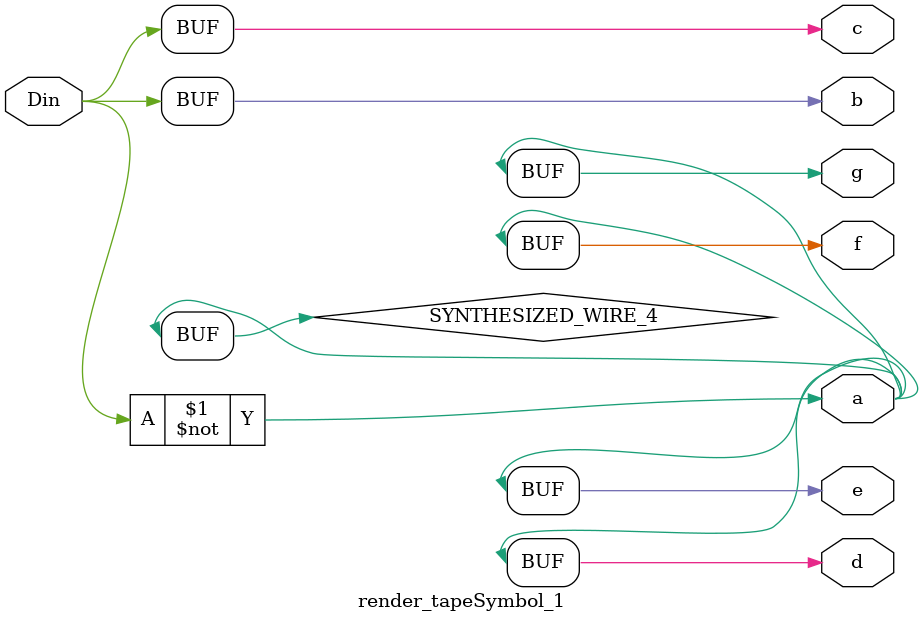
<source format=v>


module render_tapeSymbol_1(
	Din,
	a,
	b,
	c,
	d,
	e,
	f,
	g
);


input wire	Din;
output wire	a;
output wire	b;
output wire	c;
output wire	d;
output wire	e;
output wire	f;
output wire	g;

wire	SYNTHESIZED_WIRE_4;

assign	b = Din;
assign	c = Din;
assign	a = SYNTHESIZED_WIRE_4;
assign	d = SYNTHESIZED_WIRE_4;
assign	e = SYNTHESIZED_WIRE_4;
assign	f = SYNTHESIZED_WIRE_4;
assign	g = SYNTHESIZED_WIRE_4;



assign	SYNTHESIZED_WIRE_4 =  ~Din;


endmodule

</source>
